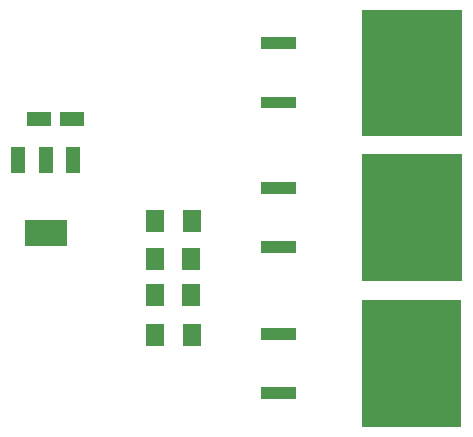
<source format=gtp>
G04 MADE WITH FRITZING*
G04 WWW.FRITZING.ORG*
G04 DOUBLE SIDED*
G04 HOLES PLATED*
G04 CONTOUR ON CENTER OF CONTOUR VECTOR*
%ASAXBY*%
%FSLAX23Y23*%
%MOIN*%
%OFA0B0*%
%SFA1.0B1.0*%
%ADD10R,0.062992X0.074803*%
%ADD11R,0.078740X0.047244*%
%ADD12R,0.048000X0.088000*%
%ADD13R,0.141732X0.086614*%
%ADD14R,0.001000X0.001000*%
%LNPASTEMASK1*%
G90*
G70*
G54D10*
X706Y755D03*
X584Y755D03*
X706Y637D03*
X584Y637D03*
X707Y504D03*
X585Y504D03*
X585Y883D03*
X707Y883D03*
G54D11*
X200Y1224D03*
X310Y1224D03*
G54D12*
X312Y1086D03*
X221Y1086D03*
X130Y1086D03*
G54D13*
X221Y842D03*
G54D14*
X1277Y1586D02*
X1607Y1586D01*
X1277Y1585D02*
X1607Y1585D01*
X1277Y1584D02*
X1607Y1584D01*
X1277Y1583D02*
X1607Y1583D01*
X1277Y1582D02*
X1607Y1582D01*
X1277Y1581D02*
X1607Y1581D01*
X1277Y1580D02*
X1607Y1580D01*
X1277Y1579D02*
X1607Y1579D01*
X1277Y1578D02*
X1607Y1578D01*
X1277Y1577D02*
X1607Y1577D01*
X1277Y1576D02*
X1607Y1576D01*
X1277Y1575D02*
X1607Y1575D01*
X1277Y1574D02*
X1607Y1574D01*
X1277Y1573D02*
X1607Y1573D01*
X1277Y1572D02*
X1607Y1572D01*
X1277Y1571D02*
X1607Y1571D01*
X1277Y1570D02*
X1607Y1570D01*
X1277Y1569D02*
X1607Y1569D01*
X1277Y1568D02*
X1607Y1568D01*
X1277Y1567D02*
X1607Y1567D01*
X1277Y1566D02*
X1607Y1566D01*
X1277Y1565D02*
X1607Y1565D01*
X1277Y1564D02*
X1607Y1564D01*
X1277Y1563D02*
X1607Y1563D01*
X1277Y1562D02*
X1607Y1562D01*
X1277Y1561D02*
X1607Y1561D01*
X1277Y1560D02*
X1607Y1560D01*
X1277Y1559D02*
X1607Y1559D01*
X1277Y1558D02*
X1607Y1558D01*
X1277Y1557D02*
X1607Y1557D01*
X1277Y1556D02*
X1607Y1556D01*
X1277Y1555D02*
X1607Y1555D01*
X1277Y1554D02*
X1607Y1554D01*
X1277Y1553D02*
X1607Y1553D01*
X1277Y1552D02*
X1607Y1552D01*
X1277Y1551D02*
X1607Y1551D01*
X1277Y1550D02*
X1607Y1550D01*
X1277Y1549D02*
X1607Y1549D01*
X1277Y1548D02*
X1607Y1548D01*
X1277Y1547D02*
X1607Y1547D01*
X1277Y1546D02*
X1607Y1546D01*
X1277Y1545D02*
X1607Y1545D01*
X1277Y1544D02*
X1607Y1544D01*
X1277Y1543D02*
X1607Y1543D01*
X1277Y1542D02*
X1607Y1542D01*
X1277Y1541D02*
X1607Y1541D01*
X1277Y1540D02*
X1607Y1540D01*
X1277Y1539D02*
X1607Y1539D01*
X1277Y1538D02*
X1607Y1538D01*
X1277Y1537D02*
X1607Y1537D01*
X1277Y1536D02*
X1607Y1536D01*
X1277Y1535D02*
X1607Y1535D01*
X1277Y1534D02*
X1607Y1534D01*
X1277Y1533D02*
X1607Y1533D01*
X1277Y1532D02*
X1607Y1532D01*
X1277Y1531D02*
X1607Y1531D01*
X1277Y1530D02*
X1607Y1530D01*
X1277Y1529D02*
X1607Y1529D01*
X1277Y1528D02*
X1607Y1528D01*
X1277Y1527D02*
X1607Y1527D01*
X1277Y1526D02*
X1607Y1526D01*
X1277Y1525D02*
X1607Y1525D01*
X1277Y1524D02*
X1607Y1524D01*
X1277Y1523D02*
X1607Y1523D01*
X1277Y1522D02*
X1607Y1522D01*
X1277Y1521D02*
X1607Y1521D01*
X1277Y1520D02*
X1607Y1520D01*
X1277Y1519D02*
X1607Y1519D01*
X1277Y1518D02*
X1607Y1518D01*
X1277Y1517D02*
X1607Y1517D01*
X1277Y1516D02*
X1607Y1516D01*
X1277Y1515D02*
X1607Y1515D01*
X1277Y1514D02*
X1607Y1514D01*
X1277Y1513D02*
X1607Y1513D01*
X1277Y1512D02*
X1607Y1512D01*
X1277Y1511D02*
X1607Y1511D01*
X1277Y1510D02*
X1607Y1510D01*
X1277Y1509D02*
X1607Y1509D01*
X1277Y1508D02*
X1607Y1508D01*
X1277Y1507D02*
X1607Y1507D01*
X1277Y1506D02*
X1607Y1506D01*
X1277Y1505D02*
X1607Y1505D01*
X1277Y1504D02*
X1607Y1504D01*
X1277Y1503D02*
X1607Y1503D01*
X1277Y1502D02*
X1607Y1502D01*
X1277Y1501D02*
X1607Y1501D01*
X1277Y1500D02*
X1607Y1500D01*
X1277Y1499D02*
X1607Y1499D01*
X1277Y1498D02*
X1607Y1498D01*
X1277Y1497D02*
X1607Y1497D01*
X1277Y1496D02*
X1607Y1496D01*
X1277Y1495D02*
X1607Y1495D01*
X939Y1494D02*
X1055Y1494D01*
X1277Y1494D02*
X1607Y1494D01*
X939Y1493D02*
X1056Y1493D01*
X1277Y1493D02*
X1607Y1493D01*
X939Y1492D02*
X1056Y1492D01*
X1277Y1492D02*
X1607Y1492D01*
X939Y1491D02*
X1056Y1491D01*
X1277Y1491D02*
X1607Y1491D01*
X939Y1490D02*
X1056Y1490D01*
X1277Y1490D02*
X1607Y1490D01*
X939Y1489D02*
X1056Y1489D01*
X1277Y1489D02*
X1607Y1489D01*
X939Y1488D02*
X1056Y1488D01*
X1277Y1488D02*
X1607Y1488D01*
X939Y1487D02*
X1056Y1487D01*
X1277Y1487D02*
X1607Y1487D01*
X939Y1486D02*
X1056Y1486D01*
X1277Y1486D02*
X1607Y1486D01*
X939Y1485D02*
X1056Y1485D01*
X1277Y1485D02*
X1607Y1485D01*
X939Y1484D02*
X1056Y1484D01*
X1277Y1484D02*
X1607Y1484D01*
X939Y1483D02*
X1056Y1483D01*
X1277Y1483D02*
X1607Y1483D01*
X939Y1482D02*
X1056Y1482D01*
X1277Y1482D02*
X1607Y1482D01*
X939Y1481D02*
X1056Y1481D01*
X1277Y1481D02*
X1607Y1481D01*
X939Y1480D02*
X1056Y1480D01*
X1277Y1480D02*
X1607Y1480D01*
X939Y1479D02*
X1056Y1479D01*
X1277Y1479D02*
X1607Y1479D01*
X939Y1478D02*
X1056Y1478D01*
X1277Y1478D02*
X1607Y1478D01*
X939Y1477D02*
X1056Y1477D01*
X1277Y1477D02*
X1607Y1477D01*
X939Y1476D02*
X1056Y1476D01*
X1277Y1476D02*
X1607Y1476D01*
X939Y1475D02*
X1056Y1475D01*
X1277Y1475D02*
X1607Y1475D01*
X939Y1474D02*
X1056Y1474D01*
X1277Y1474D02*
X1607Y1474D01*
X939Y1473D02*
X1056Y1473D01*
X1277Y1473D02*
X1607Y1473D01*
X939Y1472D02*
X1056Y1472D01*
X1277Y1472D02*
X1607Y1472D01*
X939Y1471D02*
X1056Y1471D01*
X1277Y1471D02*
X1607Y1471D01*
X939Y1470D02*
X1056Y1470D01*
X1277Y1470D02*
X1607Y1470D01*
X939Y1469D02*
X1056Y1469D01*
X1277Y1469D02*
X1607Y1469D01*
X939Y1468D02*
X1056Y1468D01*
X1277Y1468D02*
X1607Y1468D01*
X939Y1467D02*
X1056Y1467D01*
X1277Y1467D02*
X1607Y1467D01*
X939Y1466D02*
X1056Y1466D01*
X1277Y1466D02*
X1607Y1466D01*
X939Y1465D02*
X1056Y1465D01*
X1277Y1465D02*
X1607Y1465D01*
X939Y1464D02*
X1056Y1464D01*
X1277Y1464D02*
X1607Y1464D01*
X939Y1463D02*
X1056Y1463D01*
X1277Y1463D02*
X1607Y1463D01*
X939Y1462D02*
X1056Y1462D01*
X1277Y1462D02*
X1607Y1462D01*
X939Y1461D02*
X1056Y1461D01*
X1277Y1461D02*
X1607Y1461D01*
X939Y1460D02*
X1056Y1460D01*
X1277Y1460D02*
X1607Y1460D01*
X939Y1459D02*
X1056Y1459D01*
X1277Y1459D02*
X1607Y1459D01*
X939Y1458D02*
X1056Y1458D01*
X1277Y1458D02*
X1607Y1458D01*
X939Y1457D02*
X1056Y1457D01*
X1277Y1457D02*
X1607Y1457D01*
X939Y1456D02*
X1056Y1456D01*
X1277Y1456D02*
X1607Y1456D01*
X939Y1455D02*
X1055Y1455D01*
X1277Y1455D02*
X1607Y1455D01*
X1277Y1454D02*
X1607Y1454D01*
X1277Y1453D02*
X1607Y1453D01*
X1277Y1452D02*
X1607Y1452D01*
X1277Y1451D02*
X1607Y1451D01*
X1277Y1450D02*
X1607Y1450D01*
X1277Y1449D02*
X1607Y1449D01*
X1277Y1448D02*
X1607Y1448D01*
X1277Y1447D02*
X1607Y1447D01*
X1277Y1446D02*
X1607Y1446D01*
X1277Y1445D02*
X1607Y1445D01*
X1277Y1444D02*
X1607Y1444D01*
X1277Y1443D02*
X1607Y1443D01*
X1277Y1442D02*
X1607Y1442D01*
X1277Y1441D02*
X1607Y1441D01*
X1277Y1440D02*
X1607Y1440D01*
X1277Y1439D02*
X1607Y1439D01*
X1277Y1438D02*
X1607Y1438D01*
X1277Y1437D02*
X1607Y1437D01*
X1277Y1436D02*
X1607Y1436D01*
X1277Y1435D02*
X1607Y1435D01*
X1277Y1434D02*
X1607Y1434D01*
X1277Y1433D02*
X1607Y1433D01*
X1277Y1432D02*
X1607Y1432D01*
X1277Y1431D02*
X1607Y1431D01*
X1277Y1430D02*
X1607Y1430D01*
X1277Y1429D02*
X1607Y1429D01*
X1277Y1428D02*
X1607Y1428D01*
X1277Y1427D02*
X1607Y1427D01*
X1277Y1426D02*
X1607Y1426D01*
X1277Y1425D02*
X1607Y1425D01*
X1277Y1424D02*
X1607Y1424D01*
X1277Y1423D02*
X1607Y1423D01*
X1277Y1422D02*
X1607Y1422D01*
X1277Y1421D02*
X1607Y1421D01*
X1277Y1420D02*
X1607Y1420D01*
X1277Y1419D02*
X1607Y1419D01*
X1277Y1418D02*
X1607Y1418D01*
X1277Y1417D02*
X1607Y1417D01*
X1277Y1416D02*
X1607Y1416D01*
X1277Y1415D02*
X1607Y1415D01*
X1277Y1414D02*
X1607Y1414D01*
X1277Y1413D02*
X1607Y1413D01*
X1277Y1412D02*
X1607Y1412D01*
X1277Y1411D02*
X1607Y1411D01*
X1277Y1410D02*
X1607Y1410D01*
X1277Y1409D02*
X1607Y1409D01*
X1277Y1408D02*
X1607Y1408D01*
X1277Y1407D02*
X1607Y1407D01*
X1277Y1406D02*
X1607Y1406D01*
X1277Y1405D02*
X1607Y1405D01*
X1277Y1404D02*
X1607Y1404D01*
X1277Y1403D02*
X1607Y1403D01*
X1277Y1402D02*
X1607Y1402D01*
X1277Y1401D02*
X1607Y1401D01*
X1277Y1400D02*
X1607Y1400D01*
X1277Y1399D02*
X1607Y1399D01*
X1277Y1398D02*
X1607Y1398D01*
X1277Y1397D02*
X1607Y1397D01*
X1277Y1396D02*
X1607Y1396D01*
X1277Y1395D02*
X1607Y1395D01*
X1277Y1394D02*
X1607Y1394D01*
X1277Y1393D02*
X1607Y1393D01*
X1277Y1392D02*
X1607Y1392D01*
X1277Y1391D02*
X1607Y1391D01*
X1277Y1390D02*
X1607Y1390D01*
X1277Y1389D02*
X1607Y1389D01*
X1277Y1388D02*
X1607Y1388D01*
X1277Y1387D02*
X1607Y1387D01*
X1277Y1386D02*
X1607Y1386D01*
X1277Y1385D02*
X1607Y1385D01*
X1277Y1384D02*
X1607Y1384D01*
X1277Y1383D02*
X1607Y1383D01*
X1277Y1382D02*
X1607Y1382D01*
X1277Y1381D02*
X1607Y1381D01*
X1277Y1380D02*
X1607Y1380D01*
X1277Y1379D02*
X1607Y1379D01*
X1277Y1378D02*
X1607Y1378D01*
X1277Y1377D02*
X1607Y1377D01*
X1277Y1376D02*
X1607Y1376D01*
X1277Y1375D02*
X1607Y1375D01*
X1277Y1374D02*
X1607Y1374D01*
X1277Y1373D02*
X1607Y1373D01*
X1277Y1372D02*
X1607Y1372D01*
X1277Y1371D02*
X1607Y1371D01*
X1277Y1370D02*
X1607Y1370D01*
X1277Y1369D02*
X1607Y1369D01*
X1277Y1368D02*
X1607Y1368D01*
X1277Y1367D02*
X1607Y1367D01*
X1277Y1366D02*
X1607Y1366D01*
X1277Y1365D02*
X1607Y1365D01*
X1277Y1364D02*
X1607Y1364D01*
X1277Y1363D02*
X1607Y1363D01*
X1277Y1362D02*
X1607Y1362D01*
X1277Y1361D02*
X1607Y1361D01*
X1277Y1360D02*
X1607Y1360D01*
X1277Y1359D02*
X1607Y1359D01*
X1277Y1358D02*
X1607Y1358D01*
X1277Y1357D02*
X1607Y1357D01*
X1277Y1356D02*
X1607Y1356D01*
X1277Y1355D02*
X1607Y1355D01*
X1277Y1354D02*
X1607Y1354D01*
X1277Y1353D02*
X1607Y1353D01*
X1277Y1352D02*
X1607Y1352D01*
X1277Y1351D02*
X1607Y1351D01*
X1277Y1350D02*
X1607Y1350D01*
X1277Y1349D02*
X1607Y1349D01*
X1277Y1348D02*
X1607Y1348D01*
X1277Y1347D02*
X1607Y1347D01*
X1277Y1346D02*
X1607Y1346D01*
X1277Y1345D02*
X1607Y1345D01*
X1277Y1344D02*
X1607Y1344D01*
X1277Y1343D02*
X1607Y1343D01*
X1277Y1342D02*
X1607Y1342D01*
X1277Y1341D02*
X1607Y1341D01*
X1277Y1340D02*
X1607Y1340D01*
X1277Y1339D02*
X1607Y1339D01*
X1277Y1338D02*
X1607Y1338D01*
X1277Y1337D02*
X1607Y1337D01*
X1277Y1336D02*
X1607Y1336D01*
X1277Y1335D02*
X1607Y1335D01*
X1277Y1334D02*
X1607Y1334D01*
X1277Y1333D02*
X1607Y1333D01*
X1277Y1332D02*
X1607Y1332D01*
X1277Y1331D02*
X1607Y1331D01*
X1277Y1330D02*
X1607Y1330D01*
X1277Y1329D02*
X1607Y1329D01*
X1277Y1328D02*
X1607Y1328D01*
X1277Y1327D02*
X1607Y1327D01*
X1277Y1326D02*
X1607Y1326D01*
X1277Y1325D02*
X1607Y1325D01*
X1277Y1324D02*
X1607Y1324D01*
X1277Y1323D02*
X1607Y1323D01*
X1277Y1322D02*
X1607Y1322D01*
X1277Y1321D02*
X1607Y1321D01*
X1277Y1320D02*
X1607Y1320D01*
X1277Y1319D02*
X1607Y1319D01*
X1277Y1318D02*
X1607Y1318D01*
X1277Y1317D02*
X1607Y1317D01*
X1277Y1316D02*
X1607Y1316D01*
X1277Y1315D02*
X1607Y1315D01*
X1277Y1314D02*
X1607Y1314D01*
X1277Y1313D02*
X1607Y1313D01*
X1277Y1312D02*
X1607Y1312D01*
X1277Y1311D02*
X1607Y1311D01*
X1277Y1310D02*
X1607Y1310D01*
X1277Y1309D02*
X1607Y1309D01*
X1277Y1308D02*
X1607Y1308D01*
X1277Y1307D02*
X1607Y1307D01*
X1277Y1306D02*
X1607Y1306D01*
X1277Y1305D02*
X1607Y1305D01*
X1277Y1304D02*
X1607Y1304D01*
X1277Y1303D02*
X1607Y1303D01*
X1277Y1302D02*
X1607Y1302D01*
X1277Y1301D02*
X1607Y1301D01*
X1277Y1300D02*
X1607Y1300D01*
X1277Y1299D02*
X1607Y1299D01*
X1277Y1298D02*
X1607Y1298D01*
X939Y1297D02*
X1056Y1297D01*
X1277Y1297D02*
X1607Y1297D01*
X939Y1296D02*
X1056Y1296D01*
X1277Y1296D02*
X1607Y1296D01*
X939Y1295D02*
X1056Y1295D01*
X1277Y1295D02*
X1607Y1295D01*
X939Y1294D02*
X1056Y1294D01*
X1277Y1294D02*
X1607Y1294D01*
X939Y1293D02*
X1056Y1293D01*
X1277Y1293D02*
X1607Y1293D01*
X939Y1292D02*
X1056Y1292D01*
X1277Y1292D02*
X1607Y1292D01*
X939Y1291D02*
X1056Y1291D01*
X1277Y1291D02*
X1607Y1291D01*
X939Y1290D02*
X1056Y1290D01*
X1277Y1290D02*
X1607Y1290D01*
X939Y1289D02*
X1056Y1289D01*
X1277Y1289D02*
X1607Y1289D01*
X939Y1288D02*
X1056Y1288D01*
X1277Y1288D02*
X1607Y1288D01*
X939Y1287D02*
X1056Y1287D01*
X1277Y1287D02*
X1607Y1287D01*
X939Y1286D02*
X1056Y1286D01*
X1277Y1286D02*
X1607Y1286D01*
X939Y1285D02*
X1056Y1285D01*
X1277Y1285D02*
X1607Y1285D01*
X939Y1284D02*
X1056Y1284D01*
X1277Y1284D02*
X1607Y1284D01*
X939Y1283D02*
X1056Y1283D01*
X1277Y1283D02*
X1607Y1283D01*
X939Y1282D02*
X1056Y1282D01*
X1277Y1282D02*
X1607Y1282D01*
X939Y1281D02*
X1056Y1281D01*
X1277Y1281D02*
X1607Y1281D01*
X939Y1280D02*
X1056Y1280D01*
X1277Y1280D02*
X1607Y1280D01*
X939Y1279D02*
X1056Y1279D01*
X1277Y1279D02*
X1607Y1279D01*
X939Y1278D02*
X1056Y1278D01*
X1277Y1278D02*
X1607Y1278D01*
X939Y1277D02*
X1056Y1277D01*
X1277Y1277D02*
X1607Y1277D01*
X939Y1276D02*
X1056Y1276D01*
X1277Y1276D02*
X1607Y1276D01*
X939Y1275D02*
X1056Y1275D01*
X1277Y1275D02*
X1607Y1275D01*
X939Y1274D02*
X1056Y1274D01*
X1277Y1274D02*
X1607Y1274D01*
X939Y1273D02*
X1056Y1273D01*
X1277Y1273D02*
X1607Y1273D01*
X939Y1272D02*
X1056Y1272D01*
X1277Y1272D02*
X1607Y1272D01*
X939Y1271D02*
X1056Y1271D01*
X1277Y1271D02*
X1607Y1271D01*
X939Y1270D02*
X1056Y1270D01*
X1277Y1270D02*
X1607Y1270D01*
X939Y1269D02*
X1056Y1269D01*
X1277Y1269D02*
X1607Y1269D01*
X939Y1268D02*
X1056Y1268D01*
X1277Y1268D02*
X1607Y1268D01*
X939Y1267D02*
X1056Y1267D01*
X1277Y1267D02*
X1607Y1267D01*
X939Y1266D02*
X1056Y1266D01*
X1277Y1266D02*
X1607Y1266D01*
X939Y1265D02*
X1056Y1265D01*
X1277Y1265D02*
X1607Y1265D01*
X939Y1264D02*
X1056Y1264D01*
X1277Y1264D02*
X1607Y1264D01*
X939Y1263D02*
X1056Y1263D01*
X1277Y1263D02*
X1607Y1263D01*
X939Y1262D02*
X1056Y1262D01*
X1277Y1262D02*
X1607Y1262D01*
X939Y1261D02*
X1056Y1261D01*
X1277Y1261D02*
X1607Y1261D01*
X939Y1260D02*
X1056Y1260D01*
X1277Y1260D02*
X1607Y1260D01*
X939Y1259D02*
X1056Y1259D01*
X1277Y1259D02*
X1607Y1259D01*
X1277Y1258D02*
X1607Y1258D01*
X1277Y1257D02*
X1607Y1257D01*
X1277Y1256D02*
X1607Y1256D01*
X1277Y1255D02*
X1607Y1255D01*
X1277Y1254D02*
X1607Y1254D01*
X1277Y1253D02*
X1607Y1253D01*
X1277Y1252D02*
X1607Y1252D01*
X1277Y1251D02*
X1607Y1251D01*
X1277Y1250D02*
X1607Y1250D01*
X1277Y1249D02*
X1607Y1249D01*
X1277Y1248D02*
X1607Y1248D01*
X1277Y1247D02*
X1607Y1247D01*
X1277Y1246D02*
X1607Y1246D01*
X1277Y1245D02*
X1607Y1245D01*
X1277Y1244D02*
X1607Y1244D01*
X1277Y1243D02*
X1607Y1243D01*
X1277Y1242D02*
X1607Y1242D01*
X1277Y1241D02*
X1607Y1241D01*
X1277Y1240D02*
X1607Y1240D01*
X1277Y1239D02*
X1607Y1239D01*
X1277Y1238D02*
X1607Y1238D01*
X1277Y1237D02*
X1607Y1237D01*
X1277Y1236D02*
X1607Y1236D01*
X1277Y1235D02*
X1607Y1235D01*
X1277Y1234D02*
X1607Y1234D01*
X1277Y1233D02*
X1607Y1233D01*
X1277Y1232D02*
X1607Y1232D01*
X1277Y1231D02*
X1607Y1231D01*
X1277Y1230D02*
X1607Y1230D01*
X1277Y1229D02*
X1607Y1229D01*
X1277Y1228D02*
X1607Y1228D01*
X1277Y1227D02*
X1607Y1227D01*
X1277Y1226D02*
X1607Y1226D01*
X1277Y1225D02*
X1607Y1225D01*
X1277Y1224D02*
X1607Y1224D01*
X1277Y1223D02*
X1607Y1223D01*
X1277Y1222D02*
X1607Y1222D01*
X1277Y1221D02*
X1607Y1221D01*
X1277Y1220D02*
X1607Y1220D01*
X1277Y1219D02*
X1607Y1219D01*
X1277Y1218D02*
X1607Y1218D01*
X1277Y1217D02*
X1607Y1217D01*
X1277Y1216D02*
X1607Y1216D01*
X1277Y1215D02*
X1607Y1215D01*
X1277Y1214D02*
X1607Y1214D01*
X1277Y1213D02*
X1607Y1213D01*
X1277Y1212D02*
X1607Y1212D01*
X1277Y1211D02*
X1607Y1211D01*
X1277Y1210D02*
X1607Y1210D01*
X1277Y1209D02*
X1607Y1209D01*
X1277Y1208D02*
X1607Y1208D01*
X1277Y1207D02*
X1607Y1207D01*
X1277Y1206D02*
X1607Y1206D01*
X1277Y1205D02*
X1607Y1205D01*
X1277Y1204D02*
X1607Y1204D01*
X1277Y1203D02*
X1607Y1203D01*
X1277Y1202D02*
X1607Y1202D01*
X1277Y1201D02*
X1607Y1201D01*
X1277Y1200D02*
X1607Y1200D01*
X1277Y1199D02*
X1607Y1199D01*
X1277Y1198D02*
X1607Y1198D01*
X1277Y1197D02*
X1607Y1197D01*
X1277Y1196D02*
X1607Y1196D01*
X1277Y1195D02*
X1607Y1195D01*
X1277Y1194D02*
X1607Y1194D01*
X1277Y1193D02*
X1607Y1193D01*
X1277Y1192D02*
X1607Y1192D01*
X1277Y1191D02*
X1607Y1191D01*
X1277Y1190D02*
X1607Y1190D01*
X1277Y1189D02*
X1607Y1189D01*
X1277Y1188D02*
X1607Y1188D01*
X1277Y1187D02*
X1607Y1187D01*
X1277Y1186D02*
X1607Y1186D01*
X1277Y1185D02*
X1607Y1185D01*
X1277Y1184D02*
X1607Y1184D01*
X1277Y1183D02*
X1607Y1183D01*
X1277Y1182D02*
X1607Y1182D01*
X1277Y1181D02*
X1607Y1181D01*
X1277Y1180D02*
X1607Y1180D01*
X1277Y1179D02*
X1607Y1179D01*
X1277Y1178D02*
X1607Y1178D01*
X1277Y1177D02*
X1607Y1177D01*
X1277Y1176D02*
X1607Y1176D01*
X1277Y1175D02*
X1607Y1175D01*
X1277Y1174D02*
X1607Y1174D01*
X1277Y1173D02*
X1607Y1173D01*
X1277Y1172D02*
X1607Y1172D01*
X1277Y1171D02*
X1607Y1171D01*
X1277Y1170D02*
X1607Y1170D01*
X1277Y1169D02*
X1607Y1169D01*
X1277Y1168D02*
X1607Y1168D01*
X1277Y1167D02*
X1607Y1167D01*
X1277Y1166D02*
X1607Y1166D01*
X1277Y1104D02*
X1607Y1104D01*
X1277Y1103D02*
X1607Y1103D01*
X1277Y1102D02*
X1607Y1102D01*
X1277Y1101D02*
X1607Y1101D01*
X1277Y1100D02*
X1607Y1100D01*
X1277Y1099D02*
X1607Y1099D01*
X1277Y1098D02*
X1607Y1098D01*
X1277Y1097D02*
X1607Y1097D01*
X1277Y1096D02*
X1607Y1096D01*
X1277Y1095D02*
X1607Y1095D01*
X1277Y1094D02*
X1607Y1094D01*
X1277Y1093D02*
X1607Y1093D01*
X1277Y1092D02*
X1607Y1092D01*
X1277Y1091D02*
X1607Y1091D01*
X1277Y1090D02*
X1607Y1090D01*
X1277Y1089D02*
X1607Y1089D01*
X1277Y1088D02*
X1607Y1088D01*
X1277Y1087D02*
X1607Y1087D01*
X1277Y1086D02*
X1607Y1086D01*
X1277Y1085D02*
X1607Y1085D01*
X1277Y1084D02*
X1607Y1084D01*
X1277Y1083D02*
X1607Y1083D01*
X1277Y1082D02*
X1607Y1082D01*
X1277Y1081D02*
X1607Y1081D01*
X1277Y1080D02*
X1607Y1080D01*
X1277Y1079D02*
X1607Y1079D01*
X1277Y1078D02*
X1607Y1078D01*
X1277Y1077D02*
X1607Y1077D01*
X1277Y1076D02*
X1607Y1076D01*
X1277Y1075D02*
X1607Y1075D01*
X1277Y1074D02*
X1607Y1074D01*
X1277Y1073D02*
X1607Y1073D01*
X1277Y1072D02*
X1607Y1072D01*
X1277Y1071D02*
X1607Y1071D01*
X1277Y1070D02*
X1607Y1070D01*
X1277Y1069D02*
X1607Y1069D01*
X1277Y1068D02*
X1607Y1068D01*
X1277Y1067D02*
X1607Y1067D01*
X1277Y1066D02*
X1607Y1066D01*
X1277Y1065D02*
X1607Y1065D01*
X1277Y1064D02*
X1607Y1064D01*
X1277Y1063D02*
X1607Y1063D01*
X1277Y1062D02*
X1607Y1062D01*
X1277Y1061D02*
X1607Y1061D01*
X1277Y1060D02*
X1607Y1060D01*
X1277Y1059D02*
X1607Y1059D01*
X1277Y1058D02*
X1607Y1058D01*
X1277Y1057D02*
X1607Y1057D01*
X1277Y1056D02*
X1607Y1056D01*
X1277Y1055D02*
X1607Y1055D01*
X1277Y1054D02*
X1607Y1054D01*
X1277Y1053D02*
X1607Y1053D01*
X1277Y1052D02*
X1607Y1052D01*
X1277Y1051D02*
X1607Y1051D01*
X1277Y1050D02*
X1607Y1050D01*
X1277Y1049D02*
X1607Y1049D01*
X1277Y1048D02*
X1607Y1048D01*
X1277Y1047D02*
X1607Y1047D01*
X1277Y1046D02*
X1607Y1046D01*
X1277Y1045D02*
X1607Y1045D01*
X1277Y1044D02*
X1607Y1044D01*
X1277Y1043D02*
X1607Y1043D01*
X1277Y1042D02*
X1607Y1042D01*
X1277Y1041D02*
X1607Y1041D01*
X1277Y1040D02*
X1607Y1040D01*
X1277Y1039D02*
X1607Y1039D01*
X1277Y1038D02*
X1607Y1038D01*
X1277Y1037D02*
X1607Y1037D01*
X1277Y1036D02*
X1607Y1036D01*
X1277Y1035D02*
X1607Y1035D01*
X1277Y1034D02*
X1607Y1034D01*
X1277Y1033D02*
X1607Y1033D01*
X1277Y1032D02*
X1607Y1032D01*
X1277Y1031D02*
X1607Y1031D01*
X1277Y1030D02*
X1607Y1030D01*
X1277Y1029D02*
X1607Y1029D01*
X1277Y1028D02*
X1607Y1028D01*
X1277Y1027D02*
X1607Y1027D01*
X1277Y1026D02*
X1607Y1026D01*
X1277Y1025D02*
X1607Y1025D01*
X1277Y1024D02*
X1607Y1024D01*
X1277Y1023D02*
X1607Y1023D01*
X1277Y1022D02*
X1607Y1022D01*
X1277Y1021D02*
X1607Y1021D01*
X1277Y1020D02*
X1607Y1020D01*
X1277Y1019D02*
X1607Y1019D01*
X1277Y1018D02*
X1607Y1018D01*
X1277Y1017D02*
X1607Y1017D01*
X1277Y1016D02*
X1607Y1016D01*
X1277Y1015D02*
X1607Y1015D01*
X1277Y1014D02*
X1607Y1014D01*
X1277Y1013D02*
X1607Y1013D01*
X1277Y1012D02*
X1607Y1012D01*
X939Y1011D02*
X1056Y1011D01*
X1277Y1011D02*
X1607Y1011D01*
X939Y1010D02*
X1056Y1010D01*
X1277Y1010D02*
X1607Y1010D01*
X939Y1009D02*
X1056Y1009D01*
X1277Y1009D02*
X1607Y1009D01*
X939Y1008D02*
X1056Y1008D01*
X1277Y1008D02*
X1607Y1008D01*
X939Y1007D02*
X1056Y1007D01*
X1277Y1007D02*
X1607Y1007D01*
X939Y1006D02*
X1056Y1006D01*
X1277Y1006D02*
X1607Y1006D01*
X939Y1005D02*
X1056Y1005D01*
X1277Y1005D02*
X1607Y1005D01*
X939Y1004D02*
X1056Y1004D01*
X1277Y1004D02*
X1607Y1004D01*
X939Y1003D02*
X1056Y1003D01*
X1277Y1003D02*
X1607Y1003D01*
X939Y1002D02*
X1056Y1002D01*
X1277Y1002D02*
X1607Y1002D01*
X939Y1001D02*
X1056Y1001D01*
X1277Y1001D02*
X1607Y1001D01*
X939Y1000D02*
X1056Y1000D01*
X1277Y1000D02*
X1607Y1000D01*
X939Y999D02*
X1056Y999D01*
X1277Y999D02*
X1607Y999D01*
X939Y998D02*
X1056Y998D01*
X1277Y998D02*
X1607Y998D01*
X939Y997D02*
X1056Y997D01*
X1277Y997D02*
X1607Y997D01*
X939Y996D02*
X1056Y996D01*
X1277Y996D02*
X1607Y996D01*
X939Y995D02*
X1056Y995D01*
X1277Y995D02*
X1607Y995D01*
X939Y994D02*
X1056Y994D01*
X1277Y994D02*
X1607Y994D01*
X939Y993D02*
X1056Y993D01*
X1277Y993D02*
X1607Y993D01*
X939Y992D02*
X1056Y992D01*
X1277Y992D02*
X1607Y992D01*
X939Y991D02*
X1056Y991D01*
X1277Y991D02*
X1607Y991D01*
X939Y990D02*
X1056Y990D01*
X1277Y990D02*
X1607Y990D01*
X939Y989D02*
X1056Y989D01*
X1277Y989D02*
X1607Y989D01*
X939Y988D02*
X1056Y988D01*
X1277Y988D02*
X1607Y988D01*
X939Y987D02*
X1056Y987D01*
X1277Y987D02*
X1607Y987D01*
X939Y986D02*
X1056Y986D01*
X1277Y986D02*
X1607Y986D01*
X939Y985D02*
X1056Y985D01*
X1277Y985D02*
X1607Y985D01*
X939Y984D02*
X1056Y984D01*
X1277Y984D02*
X1607Y984D01*
X939Y983D02*
X1056Y983D01*
X1277Y983D02*
X1607Y983D01*
X939Y982D02*
X1056Y982D01*
X1277Y982D02*
X1607Y982D01*
X939Y981D02*
X1056Y981D01*
X1277Y981D02*
X1607Y981D01*
X939Y980D02*
X1056Y980D01*
X1277Y980D02*
X1607Y980D01*
X939Y979D02*
X1056Y979D01*
X1277Y979D02*
X1607Y979D01*
X939Y978D02*
X1056Y978D01*
X1277Y978D02*
X1607Y978D01*
X939Y977D02*
X1056Y977D01*
X1277Y977D02*
X1607Y977D01*
X939Y976D02*
X1056Y976D01*
X1277Y976D02*
X1607Y976D01*
X939Y975D02*
X1056Y975D01*
X1277Y975D02*
X1607Y975D01*
X939Y974D02*
X1056Y974D01*
X1277Y974D02*
X1607Y974D01*
X939Y973D02*
X1056Y973D01*
X1277Y973D02*
X1607Y973D01*
X1277Y972D02*
X1607Y972D01*
X1277Y971D02*
X1607Y971D01*
X1277Y970D02*
X1607Y970D01*
X1277Y969D02*
X1607Y969D01*
X1277Y968D02*
X1607Y968D01*
X1277Y967D02*
X1607Y967D01*
X1277Y966D02*
X1607Y966D01*
X1277Y965D02*
X1607Y965D01*
X1277Y964D02*
X1607Y964D01*
X1277Y963D02*
X1607Y963D01*
X1277Y962D02*
X1607Y962D01*
X1277Y961D02*
X1607Y961D01*
X1277Y960D02*
X1607Y960D01*
X1277Y959D02*
X1607Y959D01*
X1277Y958D02*
X1607Y958D01*
X1277Y957D02*
X1607Y957D01*
X1277Y956D02*
X1607Y956D01*
X1277Y955D02*
X1607Y955D01*
X1277Y954D02*
X1607Y954D01*
X1277Y953D02*
X1607Y953D01*
X1277Y952D02*
X1607Y952D01*
X1277Y951D02*
X1607Y951D01*
X1277Y950D02*
X1607Y950D01*
X1277Y949D02*
X1607Y949D01*
X1277Y948D02*
X1607Y948D01*
X1277Y947D02*
X1607Y947D01*
X1277Y946D02*
X1607Y946D01*
X1277Y945D02*
X1607Y945D01*
X1277Y944D02*
X1607Y944D01*
X1277Y943D02*
X1607Y943D01*
X1277Y942D02*
X1607Y942D01*
X1277Y941D02*
X1607Y941D01*
X1277Y940D02*
X1607Y940D01*
X1277Y939D02*
X1607Y939D01*
X1277Y938D02*
X1607Y938D01*
X1277Y937D02*
X1607Y937D01*
X1277Y936D02*
X1607Y936D01*
X1277Y935D02*
X1607Y935D01*
X1277Y934D02*
X1607Y934D01*
X1277Y933D02*
X1607Y933D01*
X1277Y932D02*
X1607Y932D01*
X1277Y931D02*
X1607Y931D01*
X1277Y930D02*
X1607Y930D01*
X1277Y929D02*
X1607Y929D01*
X1277Y928D02*
X1607Y928D01*
X1277Y927D02*
X1607Y927D01*
X1277Y926D02*
X1607Y926D01*
X1277Y925D02*
X1607Y925D01*
X1277Y924D02*
X1607Y924D01*
X1277Y923D02*
X1607Y923D01*
X1277Y922D02*
X1607Y922D01*
X1277Y921D02*
X1607Y921D01*
X1277Y920D02*
X1607Y920D01*
X1277Y919D02*
X1607Y919D01*
X1277Y918D02*
X1607Y918D01*
X1277Y917D02*
X1607Y917D01*
X1277Y916D02*
X1607Y916D01*
X1277Y915D02*
X1607Y915D01*
X1277Y914D02*
X1607Y914D01*
X1277Y913D02*
X1607Y913D01*
X1277Y912D02*
X1607Y912D01*
X1277Y911D02*
X1607Y911D01*
X1277Y910D02*
X1607Y910D01*
X1277Y909D02*
X1607Y909D01*
X1277Y908D02*
X1607Y908D01*
X1277Y907D02*
X1607Y907D01*
X1277Y906D02*
X1607Y906D01*
X1277Y905D02*
X1607Y905D01*
X1277Y904D02*
X1607Y904D01*
X1277Y903D02*
X1607Y903D01*
X1277Y902D02*
X1607Y902D01*
X1277Y901D02*
X1607Y901D01*
X1277Y900D02*
X1607Y900D01*
X1277Y899D02*
X1607Y899D01*
X1277Y898D02*
X1607Y898D01*
X1277Y897D02*
X1607Y897D01*
X1277Y896D02*
X1607Y896D01*
X1277Y895D02*
X1607Y895D01*
X1277Y894D02*
X1607Y894D01*
X1277Y893D02*
X1607Y893D01*
X1277Y892D02*
X1607Y892D01*
X1277Y891D02*
X1607Y891D01*
X1277Y890D02*
X1607Y890D01*
X1277Y889D02*
X1607Y889D01*
X1277Y888D02*
X1607Y888D01*
X1277Y887D02*
X1607Y887D01*
X1277Y886D02*
X1607Y886D01*
X1277Y885D02*
X1607Y885D01*
X1277Y884D02*
X1607Y884D01*
X1277Y883D02*
X1607Y883D01*
X1277Y882D02*
X1607Y882D01*
X1277Y881D02*
X1607Y881D01*
X1277Y880D02*
X1607Y880D01*
X1277Y879D02*
X1607Y879D01*
X1277Y878D02*
X1607Y878D01*
X1277Y877D02*
X1607Y877D01*
X1277Y876D02*
X1607Y876D01*
X1277Y875D02*
X1607Y875D01*
X1277Y874D02*
X1607Y874D01*
X1277Y873D02*
X1607Y873D01*
X1277Y872D02*
X1607Y872D01*
X1277Y871D02*
X1607Y871D01*
X1277Y870D02*
X1607Y870D01*
X1277Y869D02*
X1607Y869D01*
X1277Y868D02*
X1607Y868D01*
X1277Y867D02*
X1607Y867D01*
X1277Y866D02*
X1607Y866D01*
X1277Y865D02*
X1607Y865D01*
X1277Y864D02*
X1607Y864D01*
X1277Y863D02*
X1607Y863D01*
X1277Y862D02*
X1607Y862D01*
X1277Y861D02*
X1607Y861D01*
X1277Y860D02*
X1607Y860D01*
X1277Y859D02*
X1607Y859D01*
X1277Y858D02*
X1607Y858D01*
X1277Y857D02*
X1607Y857D01*
X1277Y856D02*
X1607Y856D01*
X1277Y855D02*
X1607Y855D01*
X1277Y854D02*
X1607Y854D01*
X1277Y853D02*
X1607Y853D01*
X1277Y852D02*
X1607Y852D01*
X1277Y851D02*
X1607Y851D01*
X1277Y850D02*
X1607Y850D01*
X1277Y849D02*
X1607Y849D01*
X1277Y848D02*
X1607Y848D01*
X1277Y847D02*
X1607Y847D01*
X1277Y846D02*
X1607Y846D01*
X1277Y845D02*
X1607Y845D01*
X1277Y844D02*
X1607Y844D01*
X1277Y843D02*
X1607Y843D01*
X1277Y842D02*
X1607Y842D01*
X1277Y841D02*
X1607Y841D01*
X1277Y840D02*
X1607Y840D01*
X1277Y839D02*
X1607Y839D01*
X1277Y838D02*
X1607Y838D01*
X1277Y837D02*
X1607Y837D01*
X1277Y836D02*
X1607Y836D01*
X1277Y835D02*
X1607Y835D01*
X1277Y834D02*
X1607Y834D01*
X1277Y833D02*
X1607Y833D01*
X1277Y832D02*
X1607Y832D01*
X1277Y831D02*
X1607Y831D01*
X1277Y830D02*
X1607Y830D01*
X1277Y829D02*
X1607Y829D01*
X1277Y828D02*
X1607Y828D01*
X1277Y827D02*
X1607Y827D01*
X1277Y826D02*
X1607Y826D01*
X1277Y825D02*
X1607Y825D01*
X1277Y824D02*
X1607Y824D01*
X1277Y823D02*
X1607Y823D01*
X1277Y822D02*
X1607Y822D01*
X1277Y821D02*
X1607Y821D01*
X1277Y820D02*
X1607Y820D01*
X1277Y819D02*
X1607Y819D01*
X1277Y818D02*
X1607Y818D01*
X1277Y817D02*
X1607Y817D01*
X1277Y816D02*
X1607Y816D01*
X939Y815D02*
X1055Y815D01*
X1277Y815D02*
X1607Y815D01*
X939Y814D02*
X1056Y814D01*
X1277Y814D02*
X1607Y814D01*
X939Y813D02*
X1056Y813D01*
X1277Y813D02*
X1607Y813D01*
X939Y812D02*
X1056Y812D01*
X1277Y812D02*
X1607Y812D01*
X939Y811D02*
X1056Y811D01*
X1277Y811D02*
X1607Y811D01*
X939Y810D02*
X1056Y810D01*
X1277Y810D02*
X1607Y810D01*
X939Y809D02*
X1056Y809D01*
X1277Y809D02*
X1607Y809D01*
X939Y808D02*
X1056Y808D01*
X1277Y808D02*
X1607Y808D01*
X939Y807D02*
X1056Y807D01*
X1277Y807D02*
X1607Y807D01*
X939Y806D02*
X1056Y806D01*
X1277Y806D02*
X1607Y806D01*
X939Y805D02*
X1056Y805D01*
X1277Y805D02*
X1607Y805D01*
X939Y804D02*
X1056Y804D01*
X1277Y804D02*
X1607Y804D01*
X939Y803D02*
X1056Y803D01*
X1277Y803D02*
X1607Y803D01*
X939Y802D02*
X1056Y802D01*
X1277Y802D02*
X1607Y802D01*
X939Y801D02*
X1056Y801D01*
X1277Y801D02*
X1607Y801D01*
X939Y800D02*
X1056Y800D01*
X1277Y800D02*
X1607Y800D01*
X939Y799D02*
X1056Y799D01*
X1277Y799D02*
X1607Y799D01*
X939Y798D02*
X1056Y798D01*
X1277Y798D02*
X1607Y798D01*
X939Y797D02*
X1056Y797D01*
X1277Y797D02*
X1607Y797D01*
X939Y796D02*
X1056Y796D01*
X1277Y796D02*
X1607Y796D01*
X939Y795D02*
X1056Y795D01*
X1277Y795D02*
X1607Y795D01*
X939Y794D02*
X1056Y794D01*
X1277Y794D02*
X1607Y794D01*
X939Y793D02*
X1056Y793D01*
X1277Y793D02*
X1607Y793D01*
X939Y792D02*
X1056Y792D01*
X1277Y792D02*
X1607Y792D01*
X939Y791D02*
X1056Y791D01*
X1277Y791D02*
X1607Y791D01*
X939Y790D02*
X1056Y790D01*
X1277Y790D02*
X1607Y790D01*
X939Y789D02*
X1056Y789D01*
X1277Y789D02*
X1607Y789D01*
X939Y788D02*
X1056Y788D01*
X1277Y788D02*
X1607Y788D01*
X939Y787D02*
X1056Y787D01*
X1277Y787D02*
X1607Y787D01*
X939Y786D02*
X1056Y786D01*
X1277Y786D02*
X1607Y786D01*
X939Y785D02*
X1056Y785D01*
X1277Y785D02*
X1607Y785D01*
X939Y784D02*
X1056Y784D01*
X1277Y784D02*
X1607Y784D01*
X939Y783D02*
X1056Y783D01*
X1277Y783D02*
X1607Y783D01*
X939Y782D02*
X1056Y782D01*
X1277Y782D02*
X1607Y782D01*
X939Y781D02*
X1056Y781D01*
X1277Y781D02*
X1607Y781D01*
X939Y780D02*
X1056Y780D01*
X1277Y780D02*
X1607Y780D01*
X939Y779D02*
X1056Y779D01*
X1277Y779D02*
X1607Y779D01*
X939Y778D02*
X1056Y778D01*
X1277Y778D02*
X1607Y778D01*
X939Y777D02*
X1056Y777D01*
X1277Y777D02*
X1607Y777D01*
X939Y776D02*
X1055Y776D01*
X1277Y776D02*
X1607Y776D01*
X1277Y775D02*
X1607Y775D01*
X1277Y774D02*
X1607Y774D01*
X1277Y773D02*
X1607Y773D01*
X1277Y772D02*
X1607Y772D01*
X1277Y771D02*
X1607Y771D01*
X1277Y770D02*
X1607Y770D01*
X1277Y769D02*
X1607Y769D01*
X1277Y768D02*
X1607Y768D01*
X1277Y767D02*
X1607Y767D01*
X1277Y766D02*
X1607Y766D01*
X1277Y765D02*
X1607Y765D01*
X1277Y764D02*
X1607Y764D01*
X1277Y763D02*
X1607Y763D01*
X1277Y762D02*
X1607Y762D01*
X1277Y761D02*
X1607Y761D01*
X1277Y760D02*
X1607Y760D01*
X1277Y759D02*
X1607Y759D01*
X1277Y758D02*
X1607Y758D01*
X1277Y757D02*
X1607Y757D01*
X1277Y756D02*
X1607Y756D01*
X1277Y755D02*
X1607Y755D01*
X1277Y754D02*
X1607Y754D01*
X1277Y753D02*
X1607Y753D01*
X1277Y752D02*
X1607Y752D01*
X1277Y751D02*
X1607Y751D01*
X1277Y750D02*
X1607Y750D01*
X1277Y749D02*
X1607Y749D01*
X1277Y748D02*
X1607Y748D01*
X1277Y747D02*
X1607Y747D01*
X1277Y746D02*
X1607Y746D01*
X1277Y745D02*
X1607Y745D01*
X1277Y744D02*
X1607Y744D01*
X1277Y743D02*
X1607Y743D01*
X1277Y742D02*
X1607Y742D01*
X1277Y741D02*
X1607Y741D01*
X1277Y740D02*
X1607Y740D01*
X1277Y739D02*
X1607Y739D01*
X1277Y738D02*
X1607Y738D01*
X1277Y737D02*
X1607Y737D01*
X1277Y736D02*
X1607Y736D01*
X1277Y735D02*
X1607Y735D01*
X1277Y734D02*
X1607Y734D01*
X1277Y733D02*
X1607Y733D01*
X1277Y732D02*
X1607Y732D01*
X1277Y731D02*
X1607Y731D01*
X1277Y730D02*
X1607Y730D01*
X1277Y729D02*
X1607Y729D01*
X1277Y728D02*
X1607Y728D01*
X1277Y727D02*
X1607Y727D01*
X1277Y726D02*
X1607Y726D01*
X1277Y725D02*
X1607Y725D01*
X1277Y724D02*
X1607Y724D01*
X1277Y723D02*
X1607Y723D01*
X1277Y722D02*
X1607Y722D01*
X1277Y721D02*
X1607Y721D01*
X1277Y720D02*
X1607Y720D01*
X1277Y719D02*
X1607Y719D01*
X1277Y718D02*
X1607Y718D01*
X1277Y717D02*
X1607Y717D01*
X1277Y716D02*
X1607Y716D01*
X1277Y715D02*
X1607Y715D01*
X1277Y714D02*
X1607Y714D01*
X1277Y713D02*
X1607Y713D01*
X1277Y712D02*
X1607Y712D01*
X1277Y711D02*
X1607Y711D01*
X1277Y710D02*
X1607Y710D01*
X1277Y709D02*
X1607Y709D01*
X1277Y708D02*
X1607Y708D01*
X1277Y707D02*
X1607Y707D01*
X1277Y706D02*
X1607Y706D01*
X1277Y705D02*
X1607Y705D01*
X1277Y704D02*
X1607Y704D01*
X1277Y703D02*
X1607Y703D01*
X1277Y702D02*
X1607Y702D01*
X1277Y701D02*
X1607Y701D01*
X1277Y700D02*
X1607Y700D01*
X1277Y699D02*
X1607Y699D01*
X1277Y698D02*
X1607Y698D01*
X1277Y697D02*
X1607Y697D01*
X1277Y696D02*
X1607Y696D01*
X1277Y695D02*
X1607Y695D01*
X1277Y694D02*
X1607Y694D01*
X1277Y693D02*
X1607Y693D01*
X1277Y692D02*
X1607Y692D01*
X1277Y691D02*
X1607Y691D01*
X1277Y690D02*
X1607Y690D01*
X1277Y689D02*
X1607Y689D01*
X1277Y688D02*
X1607Y688D01*
X1277Y687D02*
X1607Y687D01*
X1277Y686D02*
X1607Y686D01*
X1277Y685D02*
X1607Y685D01*
X1277Y684D02*
X1607Y684D01*
X1276Y618D02*
X1606Y618D01*
X1276Y617D02*
X1606Y617D01*
X1276Y616D02*
X1606Y616D01*
X1276Y615D02*
X1606Y615D01*
X1276Y614D02*
X1606Y614D01*
X1276Y613D02*
X1606Y613D01*
X1276Y612D02*
X1606Y612D01*
X1276Y611D02*
X1606Y611D01*
X1276Y610D02*
X1606Y610D01*
X1276Y609D02*
X1606Y609D01*
X1276Y608D02*
X1606Y608D01*
X1276Y607D02*
X1606Y607D01*
X1276Y606D02*
X1606Y606D01*
X1276Y605D02*
X1606Y605D01*
X1276Y604D02*
X1606Y604D01*
X1276Y603D02*
X1606Y603D01*
X1276Y602D02*
X1606Y602D01*
X1276Y601D02*
X1606Y601D01*
X1276Y600D02*
X1606Y600D01*
X1276Y599D02*
X1606Y599D01*
X1276Y598D02*
X1606Y598D01*
X1276Y597D02*
X1606Y597D01*
X1276Y596D02*
X1606Y596D01*
X1276Y595D02*
X1606Y595D01*
X1276Y594D02*
X1606Y594D01*
X1276Y593D02*
X1606Y593D01*
X1276Y592D02*
X1606Y592D01*
X1276Y591D02*
X1606Y591D01*
X1276Y590D02*
X1606Y590D01*
X1276Y589D02*
X1606Y589D01*
X1276Y588D02*
X1606Y588D01*
X1276Y587D02*
X1606Y587D01*
X1276Y586D02*
X1606Y586D01*
X1276Y585D02*
X1606Y585D01*
X1276Y584D02*
X1606Y584D01*
X1276Y583D02*
X1606Y583D01*
X1276Y582D02*
X1606Y582D01*
X1276Y581D02*
X1606Y581D01*
X1276Y580D02*
X1606Y580D01*
X1276Y579D02*
X1606Y579D01*
X1276Y578D02*
X1606Y578D01*
X1276Y577D02*
X1606Y577D01*
X1276Y576D02*
X1606Y576D01*
X1276Y575D02*
X1606Y575D01*
X1276Y574D02*
X1606Y574D01*
X1276Y573D02*
X1606Y573D01*
X1276Y572D02*
X1606Y572D01*
X1276Y571D02*
X1606Y571D01*
X1276Y570D02*
X1606Y570D01*
X1276Y569D02*
X1606Y569D01*
X1276Y568D02*
X1606Y568D01*
X1276Y567D02*
X1606Y567D01*
X1276Y566D02*
X1606Y566D01*
X1276Y565D02*
X1606Y565D01*
X1276Y564D02*
X1606Y564D01*
X1276Y563D02*
X1606Y563D01*
X1276Y562D02*
X1606Y562D01*
X1276Y561D02*
X1606Y561D01*
X1276Y560D02*
X1606Y560D01*
X1276Y559D02*
X1606Y559D01*
X1276Y558D02*
X1606Y558D01*
X1276Y557D02*
X1606Y557D01*
X1276Y556D02*
X1606Y556D01*
X1276Y555D02*
X1606Y555D01*
X1276Y554D02*
X1606Y554D01*
X1276Y553D02*
X1606Y553D01*
X1276Y552D02*
X1606Y552D01*
X1276Y551D02*
X1606Y551D01*
X1276Y550D02*
X1606Y550D01*
X1276Y549D02*
X1606Y549D01*
X1276Y548D02*
X1606Y548D01*
X1276Y547D02*
X1606Y547D01*
X1276Y546D02*
X1606Y546D01*
X1276Y545D02*
X1606Y545D01*
X1276Y544D02*
X1606Y544D01*
X1276Y543D02*
X1606Y543D01*
X1276Y542D02*
X1606Y542D01*
X1276Y541D02*
X1606Y541D01*
X1276Y540D02*
X1606Y540D01*
X1276Y539D02*
X1606Y539D01*
X1276Y538D02*
X1606Y538D01*
X1276Y537D02*
X1606Y537D01*
X1276Y536D02*
X1606Y536D01*
X1276Y535D02*
X1606Y535D01*
X1276Y534D02*
X1606Y534D01*
X1276Y533D02*
X1606Y533D01*
X1276Y532D02*
X1606Y532D01*
X1276Y531D02*
X1606Y531D01*
X1276Y530D02*
X1606Y530D01*
X1276Y529D02*
X1606Y529D01*
X1276Y528D02*
X1606Y528D01*
X1276Y527D02*
X1606Y527D01*
X938Y526D02*
X1055Y526D01*
X1276Y526D02*
X1606Y526D01*
X938Y525D02*
X1055Y525D01*
X1276Y525D02*
X1606Y525D01*
X938Y524D02*
X1055Y524D01*
X1276Y524D02*
X1606Y524D01*
X938Y523D02*
X1055Y523D01*
X1276Y523D02*
X1606Y523D01*
X938Y522D02*
X1055Y522D01*
X1276Y522D02*
X1606Y522D01*
X938Y521D02*
X1055Y521D01*
X1276Y521D02*
X1606Y521D01*
X938Y520D02*
X1055Y520D01*
X1276Y520D02*
X1606Y520D01*
X938Y519D02*
X1055Y519D01*
X1276Y519D02*
X1606Y519D01*
X938Y518D02*
X1055Y518D01*
X1276Y518D02*
X1606Y518D01*
X938Y517D02*
X1055Y517D01*
X1276Y517D02*
X1606Y517D01*
X938Y516D02*
X1055Y516D01*
X1276Y516D02*
X1606Y516D01*
X938Y515D02*
X1055Y515D01*
X1276Y515D02*
X1606Y515D01*
X938Y514D02*
X1055Y514D01*
X1276Y514D02*
X1606Y514D01*
X938Y513D02*
X1055Y513D01*
X1276Y513D02*
X1606Y513D01*
X938Y512D02*
X1055Y512D01*
X1276Y512D02*
X1606Y512D01*
X938Y511D02*
X1055Y511D01*
X1276Y511D02*
X1606Y511D01*
X938Y510D02*
X1055Y510D01*
X1276Y510D02*
X1606Y510D01*
X938Y509D02*
X1055Y509D01*
X1276Y509D02*
X1606Y509D01*
X938Y508D02*
X1055Y508D01*
X1276Y508D02*
X1606Y508D01*
X938Y507D02*
X1055Y507D01*
X1276Y507D02*
X1606Y507D01*
X938Y506D02*
X1055Y506D01*
X1276Y506D02*
X1606Y506D01*
X938Y505D02*
X1055Y505D01*
X1276Y505D02*
X1606Y505D01*
X938Y504D02*
X1055Y504D01*
X1276Y504D02*
X1606Y504D01*
X938Y503D02*
X1055Y503D01*
X1276Y503D02*
X1606Y503D01*
X938Y502D02*
X1055Y502D01*
X1276Y502D02*
X1606Y502D01*
X938Y501D02*
X1055Y501D01*
X1276Y501D02*
X1606Y501D01*
X938Y500D02*
X1055Y500D01*
X1276Y500D02*
X1606Y500D01*
X938Y499D02*
X1055Y499D01*
X1276Y499D02*
X1606Y499D01*
X938Y498D02*
X1055Y498D01*
X1276Y498D02*
X1606Y498D01*
X938Y497D02*
X1055Y497D01*
X1276Y497D02*
X1606Y497D01*
X938Y496D02*
X1055Y496D01*
X1276Y496D02*
X1606Y496D01*
X938Y495D02*
X1055Y495D01*
X1276Y495D02*
X1606Y495D01*
X938Y494D02*
X1055Y494D01*
X1276Y494D02*
X1606Y494D01*
X938Y493D02*
X1055Y493D01*
X1276Y493D02*
X1606Y493D01*
X938Y492D02*
X1055Y492D01*
X1276Y492D02*
X1606Y492D01*
X938Y491D02*
X1055Y491D01*
X1276Y491D02*
X1606Y491D01*
X938Y490D02*
X1055Y490D01*
X1276Y490D02*
X1606Y490D01*
X938Y489D02*
X1055Y489D01*
X1276Y489D02*
X1606Y489D01*
X938Y488D02*
X1055Y488D01*
X1276Y488D02*
X1606Y488D01*
X938Y487D02*
X1055Y487D01*
X1276Y487D02*
X1606Y487D01*
X1276Y486D02*
X1606Y486D01*
X1276Y485D02*
X1606Y485D01*
X1276Y484D02*
X1606Y484D01*
X1276Y483D02*
X1606Y483D01*
X1276Y482D02*
X1606Y482D01*
X1276Y481D02*
X1606Y481D01*
X1276Y480D02*
X1606Y480D01*
X1276Y479D02*
X1606Y479D01*
X1276Y478D02*
X1606Y478D01*
X1276Y477D02*
X1606Y477D01*
X1276Y476D02*
X1606Y476D01*
X1276Y475D02*
X1606Y475D01*
X1276Y474D02*
X1606Y474D01*
X1276Y473D02*
X1606Y473D01*
X1276Y472D02*
X1606Y472D01*
X1276Y471D02*
X1606Y471D01*
X1276Y470D02*
X1606Y470D01*
X1276Y469D02*
X1606Y469D01*
X1276Y468D02*
X1606Y468D01*
X1276Y467D02*
X1606Y467D01*
X1276Y466D02*
X1606Y466D01*
X1276Y465D02*
X1606Y465D01*
X1276Y464D02*
X1606Y464D01*
X1276Y463D02*
X1606Y463D01*
X1276Y462D02*
X1606Y462D01*
X1276Y461D02*
X1606Y461D01*
X1276Y460D02*
X1606Y460D01*
X1276Y459D02*
X1606Y459D01*
X1276Y458D02*
X1606Y458D01*
X1276Y457D02*
X1606Y457D01*
X1276Y456D02*
X1606Y456D01*
X1276Y455D02*
X1606Y455D01*
X1276Y454D02*
X1606Y454D01*
X1276Y453D02*
X1606Y453D01*
X1276Y452D02*
X1606Y452D01*
X1276Y451D02*
X1606Y451D01*
X1276Y450D02*
X1606Y450D01*
X1276Y449D02*
X1606Y449D01*
X1276Y448D02*
X1606Y448D01*
X1276Y447D02*
X1606Y447D01*
X1276Y446D02*
X1606Y446D01*
X1276Y445D02*
X1606Y445D01*
X1276Y444D02*
X1606Y444D01*
X1276Y443D02*
X1606Y443D01*
X1276Y442D02*
X1606Y442D01*
X1276Y441D02*
X1606Y441D01*
X1276Y440D02*
X1606Y440D01*
X1276Y439D02*
X1606Y439D01*
X1276Y438D02*
X1606Y438D01*
X1276Y437D02*
X1606Y437D01*
X1276Y436D02*
X1606Y436D01*
X1276Y435D02*
X1606Y435D01*
X1276Y434D02*
X1606Y434D01*
X1276Y433D02*
X1606Y433D01*
X1276Y432D02*
X1606Y432D01*
X1276Y431D02*
X1606Y431D01*
X1276Y430D02*
X1606Y430D01*
X1276Y429D02*
X1606Y429D01*
X1276Y428D02*
X1606Y428D01*
X1276Y427D02*
X1606Y427D01*
X1276Y426D02*
X1606Y426D01*
X1276Y425D02*
X1606Y425D01*
X1276Y424D02*
X1606Y424D01*
X1276Y423D02*
X1606Y423D01*
X1276Y422D02*
X1606Y422D01*
X1276Y421D02*
X1606Y421D01*
X1276Y420D02*
X1606Y420D01*
X1276Y419D02*
X1606Y419D01*
X1276Y418D02*
X1606Y418D01*
X1276Y417D02*
X1606Y417D01*
X1276Y416D02*
X1606Y416D01*
X1276Y415D02*
X1606Y415D01*
X1276Y414D02*
X1606Y414D01*
X1276Y413D02*
X1606Y413D01*
X1276Y412D02*
X1606Y412D01*
X1276Y411D02*
X1606Y411D01*
X1276Y410D02*
X1606Y410D01*
X1276Y409D02*
X1606Y409D01*
X1276Y408D02*
X1606Y408D01*
X1276Y407D02*
X1606Y407D01*
X1276Y406D02*
X1606Y406D01*
X1276Y405D02*
X1606Y405D01*
X1276Y404D02*
X1606Y404D01*
X1276Y403D02*
X1606Y403D01*
X1276Y402D02*
X1606Y402D01*
X1276Y401D02*
X1606Y401D01*
X1276Y400D02*
X1606Y400D01*
X1276Y399D02*
X1606Y399D01*
X1276Y398D02*
X1606Y398D01*
X1276Y397D02*
X1606Y397D01*
X1276Y396D02*
X1606Y396D01*
X1276Y395D02*
X1606Y395D01*
X1276Y394D02*
X1606Y394D01*
X1276Y393D02*
X1606Y393D01*
X1276Y392D02*
X1606Y392D01*
X1276Y391D02*
X1606Y391D01*
X1276Y390D02*
X1606Y390D01*
X1276Y389D02*
X1606Y389D01*
X1276Y388D02*
X1606Y388D01*
X1276Y387D02*
X1606Y387D01*
X1276Y386D02*
X1606Y386D01*
X1276Y385D02*
X1606Y385D01*
X1276Y384D02*
X1606Y384D01*
X1276Y383D02*
X1606Y383D01*
X1276Y382D02*
X1606Y382D01*
X1276Y381D02*
X1606Y381D01*
X1276Y380D02*
X1606Y380D01*
X1276Y379D02*
X1606Y379D01*
X1276Y378D02*
X1606Y378D01*
X1276Y377D02*
X1606Y377D01*
X1276Y376D02*
X1606Y376D01*
X1276Y375D02*
X1606Y375D01*
X1276Y374D02*
X1606Y374D01*
X1276Y373D02*
X1606Y373D01*
X1276Y372D02*
X1606Y372D01*
X1276Y371D02*
X1606Y371D01*
X1276Y370D02*
X1606Y370D01*
X1276Y369D02*
X1606Y369D01*
X1276Y368D02*
X1606Y368D01*
X1276Y367D02*
X1606Y367D01*
X1276Y366D02*
X1606Y366D01*
X1276Y365D02*
X1606Y365D01*
X1276Y364D02*
X1606Y364D01*
X1276Y363D02*
X1606Y363D01*
X1276Y362D02*
X1606Y362D01*
X1276Y361D02*
X1606Y361D01*
X1276Y360D02*
X1606Y360D01*
X1276Y359D02*
X1606Y359D01*
X1276Y358D02*
X1606Y358D01*
X1276Y357D02*
X1606Y357D01*
X1276Y356D02*
X1606Y356D01*
X1276Y355D02*
X1606Y355D01*
X1276Y354D02*
X1606Y354D01*
X1276Y353D02*
X1606Y353D01*
X1276Y352D02*
X1606Y352D01*
X1276Y351D02*
X1606Y351D01*
X1276Y350D02*
X1606Y350D01*
X1276Y349D02*
X1606Y349D01*
X1276Y348D02*
X1606Y348D01*
X1276Y347D02*
X1606Y347D01*
X1276Y346D02*
X1606Y346D01*
X1276Y345D02*
X1606Y345D01*
X1276Y344D02*
X1606Y344D01*
X1276Y343D02*
X1606Y343D01*
X1276Y342D02*
X1606Y342D01*
X1276Y341D02*
X1606Y341D01*
X1276Y340D02*
X1606Y340D01*
X1276Y339D02*
X1606Y339D01*
X1276Y338D02*
X1606Y338D01*
X1276Y337D02*
X1606Y337D01*
X1276Y336D02*
X1606Y336D01*
X1276Y335D02*
X1606Y335D01*
X1276Y334D02*
X1606Y334D01*
X1276Y333D02*
X1606Y333D01*
X1276Y332D02*
X1606Y332D01*
X1276Y331D02*
X1606Y331D01*
X1276Y330D02*
X1606Y330D01*
X938Y329D02*
X1055Y329D01*
X1276Y329D02*
X1606Y329D01*
X938Y328D02*
X1055Y328D01*
X1276Y328D02*
X1606Y328D01*
X938Y327D02*
X1055Y327D01*
X1276Y327D02*
X1606Y327D01*
X938Y326D02*
X1055Y326D01*
X1276Y326D02*
X1606Y326D01*
X938Y325D02*
X1055Y325D01*
X1276Y325D02*
X1606Y325D01*
X938Y324D02*
X1055Y324D01*
X1276Y324D02*
X1606Y324D01*
X938Y323D02*
X1055Y323D01*
X1276Y323D02*
X1606Y323D01*
X938Y322D02*
X1055Y322D01*
X1276Y322D02*
X1606Y322D01*
X938Y321D02*
X1055Y321D01*
X1276Y321D02*
X1606Y321D01*
X938Y320D02*
X1055Y320D01*
X1276Y320D02*
X1606Y320D01*
X938Y319D02*
X1055Y319D01*
X1276Y319D02*
X1606Y319D01*
X938Y318D02*
X1055Y318D01*
X1276Y318D02*
X1606Y318D01*
X938Y317D02*
X1055Y317D01*
X1276Y317D02*
X1606Y317D01*
X938Y316D02*
X1055Y316D01*
X1276Y316D02*
X1606Y316D01*
X938Y315D02*
X1055Y315D01*
X1276Y315D02*
X1606Y315D01*
X938Y314D02*
X1055Y314D01*
X1276Y314D02*
X1606Y314D01*
X938Y313D02*
X1055Y313D01*
X1276Y313D02*
X1606Y313D01*
X938Y312D02*
X1055Y312D01*
X1276Y312D02*
X1606Y312D01*
X938Y311D02*
X1055Y311D01*
X1276Y311D02*
X1606Y311D01*
X938Y310D02*
X1055Y310D01*
X1276Y310D02*
X1606Y310D01*
X938Y309D02*
X1055Y309D01*
X1276Y309D02*
X1606Y309D01*
X938Y308D02*
X1055Y308D01*
X1276Y308D02*
X1606Y308D01*
X938Y307D02*
X1055Y307D01*
X1276Y307D02*
X1606Y307D01*
X938Y306D02*
X1055Y306D01*
X1276Y306D02*
X1606Y306D01*
X938Y305D02*
X1055Y305D01*
X1276Y305D02*
X1606Y305D01*
X938Y304D02*
X1055Y304D01*
X1276Y304D02*
X1606Y304D01*
X938Y303D02*
X1055Y303D01*
X1276Y303D02*
X1606Y303D01*
X938Y302D02*
X1055Y302D01*
X1276Y302D02*
X1606Y302D01*
X938Y301D02*
X1055Y301D01*
X1276Y301D02*
X1606Y301D01*
X938Y300D02*
X1055Y300D01*
X1276Y300D02*
X1606Y300D01*
X938Y299D02*
X1055Y299D01*
X1276Y299D02*
X1606Y299D01*
X938Y298D02*
X1055Y298D01*
X1276Y298D02*
X1606Y298D01*
X938Y297D02*
X1055Y297D01*
X1276Y297D02*
X1606Y297D01*
X938Y296D02*
X1055Y296D01*
X1276Y296D02*
X1606Y296D01*
X938Y295D02*
X1055Y295D01*
X1276Y295D02*
X1606Y295D01*
X938Y294D02*
X1055Y294D01*
X1276Y294D02*
X1606Y294D01*
X938Y293D02*
X1055Y293D01*
X1276Y293D02*
X1606Y293D01*
X938Y292D02*
X1055Y292D01*
X1276Y292D02*
X1606Y292D01*
X938Y291D02*
X1055Y291D01*
X1276Y291D02*
X1606Y291D01*
X1276Y290D02*
X1606Y290D01*
X1276Y289D02*
X1606Y289D01*
X1276Y288D02*
X1606Y288D01*
X1276Y287D02*
X1606Y287D01*
X1276Y286D02*
X1606Y286D01*
X1276Y285D02*
X1606Y285D01*
X1276Y284D02*
X1606Y284D01*
X1276Y283D02*
X1606Y283D01*
X1276Y282D02*
X1606Y282D01*
X1276Y281D02*
X1606Y281D01*
X1276Y280D02*
X1606Y280D01*
X1276Y279D02*
X1606Y279D01*
X1276Y278D02*
X1606Y278D01*
X1276Y277D02*
X1606Y277D01*
X1276Y276D02*
X1606Y276D01*
X1276Y275D02*
X1606Y275D01*
X1276Y274D02*
X1606Y274D01*
X1276Y273D02*
X1606Y273D01*
X1276Y272D02*
X1606Y272D01*
X1276Y271D02*
X1606Y271D01*
X1276Y270D02*
X1606Y270D01*
X1276Y269D02*
X1606Y269D01*
X1276Y268D02*
X1606Y268D01*
X1276Y267D02*
X1606Y267D01*
X1276Y266D02*
X1606Y266D01*
X1276Y265D02*
X1606Y265D01*
X1276Y264D02*
X1606Y264D01*
X1276Y263D02*
X1606Y263D01*
X1276Y262D02*
X1606Y262D01*
X1276Y261D02*
X1606Y261D01*
X1276Y260D02*
X1606Y260D01*
X1276Y259D02*
X1606Y259D01*
X1276Y258D02*
X1606Y258D01*
X1276Y257D02*
X1606Y257D01*
X1276Y256D02*
X1606Y256D01*
X1276Y255D02*
X1606Y255D01*
X1276Y254D02*
X1606Y254D01*
X1276Y253D02*
X1606Y253D01*
X1276Y252D02*
X1606Y252D01*
X1276Y251D02*
X1606Y251D01*
X1276Y250D02*
X1606Y250D01*
X1276Y249D02*
X1606Y249D01*
X1276Y248D02*
X1606Y248D01*
X1276Y247D02*
X1606Y247D01*
X1276Y246D02*
X1606Y246D01*
X1276Y245D02*
X1606Y245D01*
X1276Y244D02*
X1606Y244D01*
X1276Y243D02*
X1606Y243D01*
X1276Y242D02*
X1606Y242D01*
X1276Y241D02*
X1606Y241D01*
X1276Y240D02*
X1606Y240D01*
X1276Y239D02*
X1606Y239D01*
X1276Y238D02*
X1606Y238D01*
X1276Y237D02*
X1606Y237D01*
X1276Y236D02*
X1606Y236D01*
X1276Y235D02*
X1606Y235D01*
X1276Y234D02*
X1606Y234D01*
X1276Y233D02*
X1606Y233D01*
X1276Y232D02*
X1606Y232D01*
X1276Y231D02*
X1606Y231D01*
X1276Y230D02*
X1606Y230D01*
X1276Y229D02*
X1606Y229D01*
X1276Y228D02*
X1606Y228D01*
X1276Y227D02*
X1606Y227D01*
X1276Y226D02*
X1606Y226D01*
X1276Y225D02*
X1606Y225D01*
X1276Y224D02*
X1606Y224D01*
X1276Y223D02*
X1606Y223D01*
X1276Y222D02*
X1606Y222D01*
X1276Y221D02*
X1606Y221D01*
X1276Y220D02*
X1606Y220D01*
X1276Y219D02*
X1606Y219D01*
X1276Y218D02*
X1606Y218D01*
X1276Y217D02*
X1606Y217D01*
X1276Y216D02*
X1606Y216D01*
X1276Y215D02*
X1606Y215D01*
X1276Y214D02*
X1606Y214D01*
X1276Y213D02*
X1606Y213D01*
X1276Y212D02*
X1606Y212D01*
X1276Y211D02*
X1606Y211D01*
X1276Y210D02*
X1606Y210D01*
X1276Y209D02*
X1606Y209D01*
X1276Y208D02*
X1606Y208D01*
X1276Y207D02*
X1606Y207D01*
X1276Y206D02*
X1606Y206D01*
X1276Y205D02*
X1606Y205D01*
X1276Y204D02*
X1606Y204D01*
X1276Y203D02*
X1606Y203D01*
X1276Y202D02*
X1606Y202D01*
X1276Y201D02*
X1606Y201D01*
X1276Y200D02*
X1606Y200D01*
X1276Y199D02*
X1606Y199D01*
X1276Y198D02*
X1606Y198D01*
D02*
G04 End of PasteMask1*
M02*
</source>
